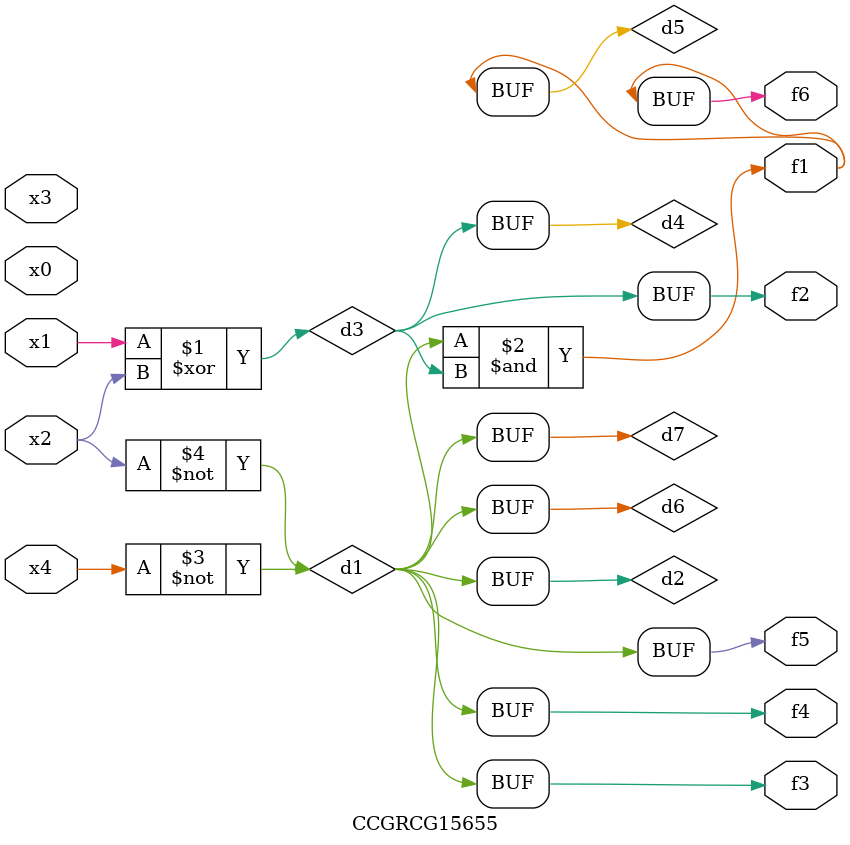
<source format=v>
module CCGRCG15655(
	input x0, x1, x2, x3, x4,
	output f1, f2, f3, f4, f5, f6
);

	wire d1, d2, d3, d4, d5, d6, d7;

	not (d1, x4);
	not (d2, x2);
	xor (d3, x1, x2);
	buf (d4, d3);
	and (d5, d1, d3);
	buf (d6, d1, d2);
	buf (d7, d2);
	assign f1 = d5;
	assign f2 = d4;
	assign f3 = d7;
	assign f4 = d7;
	assign f5 = d7;
	assign f6 = d5;
endmodule

</source>
